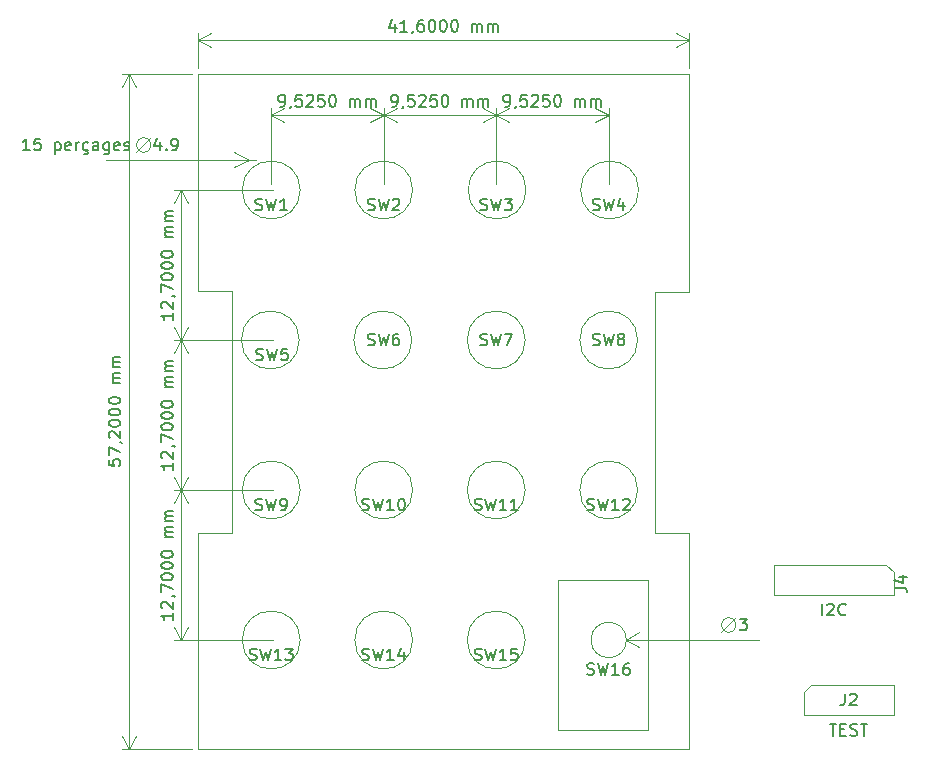
<source format=gbr>
%TF.GenerationSoftware,KiCad,Pcbnew,(6.0.8)*%
%TF.CreationDate,2022-11-01T17:44:15+01:00*%
%TF.ProjectId,BURC_16SwitchEncoder_JRFormat,42555243-5f31-4365-9377-69746368456e,v1.0*%
%TF.SameCoordinates,Original*%
%TF.FileFunction,AssemblyDrawing,Top*%
%FSLAX46Y46*%
G04 Gerber Fmt 4.6, Leading zero omitted, Abs format (unit mm)*
G04 Created by KiCad (PCBNEW (6.0.8)) date 2022-11-01 17:44:15*
%MOMM*%
%LPD*%
G01*
G04 APERTURE LIST*
%ADD10C,0.100000*%
%ADD11C,0.150000*%
G04 APERTURE END LIST*
D10*
X130810000Y-83185000D02*
X132080000Y-83820000D01*
X164060000Y-124460000D02*
X165100000Y-125095000D01*
X136435000Y-86360000D02*
G75*
G03*
X136435000Y-86360000I-2450000J0D01*
G01*
X155560000Y-86360000D02*
G75*
G03*
X155560000Y-86360000I-2450000J0D01*
G01*
X165085000Y-86360000D02*
G75*
G03*
X165085000Y-86360000I-2450000J0D01*
G01*
X155485000Y-99060000D02*
G75*
G03*
X155485000Y-99060000I-2450000J0D01*
G01*
X136435000Y-111760000D02*
G75*
G03*
X136435000Y-111760000I-2450000J0D01*
G01*
X166500000Y-100000000D02*
X166500000Y-115400000D01*
X155485000Y-124460000D02*
G75*
G03*
X155485000Y-124460000I-2450000J0D01*
G01*
X164060000Y-124460000D02*
G75*
G03*
X164060000Y-124460000I-1500000J0D01*
G01*
X164060000Y-124460000D02*
X165100000Y-123825000D01*
X173355000Y-122555000D02*
X172085000Y-123825000D01*
X166500000Y-95000000D02*
X169400000Y-95000000D01*
X132715000Y-83820000D02*
X120015000Y-83820000D01*
X145885000Y-99060000D02*
G75*
G03*
X145885000Y-99060000I-2450000J0D01*
G01*
X169400000Y-133700000D02*
X169400000Y-115400000D01*
X127800000Y-76500000D02*
X127800000Y-94900000D01*
X136360000Y-99060000D02*
G75*
G03*
X136360000Y-99060000I-2450000J0D01*
G01*
X145960000Y-86360000D02*
G75*
G03*
X145960000Y-86360000I-2450000J0D01*
G01*
X123825000Y-81915000D02*
X122555000Y-83185000D01*
X169400000Y-95000000D02*
X169400000Y-76500000D01*
X145960000Y-111760000D02*
G75*
G03*
X145960000Y-111760000I-2450000J0D01*
G01*
X145960000Y-124460000D02*
G75*
G03*
X145960000Y-124460000I-2450000J0D01*
G01*
X130700000Y-94900000D02*
X127800000Y-94900000D01*
X130700000Y-115400000D02*
X127800000Y-115400000D01*
X165900000Y-119400000D02*
X165900000Y-132100000D01*
X158300000Y-132100000D02*
X158300000Y-119400000D01*
X164060000Y-124460000D02*
X175260000Y-124460000D01*
X130700000Y-100000000D02*
X130700000Y-94900000D01*
X130700000Y-115400000D02*
X130700000Y-100000000D01*
X169400000Y-76500000D02*
X127800000Y-76500000D01*
X123825000Y-82550000D02*
G75*
G03*
X123825000Y-82550000I-635000J0D01*
G01*
X165010000Y-99060000D02*
G75*
G03*
X165010000Y-99060000I-2450000J0D01*
G01*
X165010000Y-111760000D02*
G75*
G03*
X165010000Y-111760000I-2450000J0D01*
G01*
X173355000Y-123190000D02*
G75*
G03*
X173355000Y-123190000I-635000J0D01*
G01*
X169400000Y-115400000D02*
X166500000Y-115400000D01*
X165900000Y-132100000D02*
X158300000Y-132100000D01*
X166500000Y-95000000D02*
X166500000Y-100000000D01*
X155485000Y-111760000D02*
G75*
G03*
X155485000Y-111760000I-2450000J0D01*
G01*
X127800000Y-133700000D02*
X169400000Y-133700000D01*
X127800000Y-115400000D02*
X127800000Y-133700000D01*
X158300000Y-119400000D02*
X165900000Y-119400000D01*
X136435000Y-124460000D02*
G75*
G03*
X136435000Y-124460000I-2450000J0D01*
G01*
X132080000Y-83820000D02*
X130810000Y-84455000D01*
D11*
X124571190Y-82335714D02*
X124571190Y-83002380D01*
X124333095Y-81954761D02*
X124095000Y-82669047D01*
X124714047Y-82669047D01*
X125095000Y-82907142D02*
X125142619Y-82954761D01*
X125095000Y-83002380D01*
X125047380Y-82954761D01*
X125095000Y-82907142D01*
X125095000Y-83002380D01*
X125618809Y-83002380D02*
X125809285Y-83002380D01*
X125904523Y-82954761D01*
X125952142Y-82907142D01*
X126047380Y-82764285D01*
X126095000Y-82573809D01*
X126095000Y-82192857D01*
X126047380Y-82097619D01*
X125999761Y-82050000D01*
X125904523Y-82002380D01*
X125714047Y-82002380D01*
X125618809Y-82050000D01*
X125571190Y-82097619D01*
X125523571Y-82192857D01*
X125523571Y-82430952D01*
X125571190Y-82526190D01*
X125618809Y-82573809D01*
X125714047Y-82621428D01*
X125904523Y-82621428D01*
X125999761Y-82573809D01*
X126047380Y-82526190D01*
X126095000Y-82430952D01*
X113546428Y-83002380D02*
X112975000Y-83002380D01*
X113260714Y-83002380D02*
X113260714Y-82002380D01*
X113165476Y-82145238D01*
X113070238Y-82240476D01*
X112975000Y-82288095D01*
X114451190Y-82002380D02*
X113975000Y-82002380D01*
X113927380Y-82478571D01*
X113975000Y-82430952D01*
X114070238Y-82383333D01*
X114308333Y-82383333D01*
X114403571Y-82430952D01*
X114451190Y-82478571D01*
X114498809Y-82573809D01*
X114498809Y-82811904D01*
X114451190Y-82907142D01*
X114403571Y-82954761D01*
X114308333Y-83002380D01*
X114070238Y-83002380D01*
X113975000Y-82954761D01*
X113927380Y-82907142D01*
X115689285Y-82335714D02*
X115689285Y-83335714D01*
X115689285Y-82383333D02*
X115784523Y-82335714D01*
X115975000Y-82335714D01*
X116070238Y-82383333D01*
X116117857Y-82430952D01*
X116165476Y-82526190D01*
X116165476Y-82811904D01*
X116117857Y-82907142D01*
X116070238Y-82954761D01*
X115975000Y-83002380D01*
X115784523Y-83002380D01*
X115689285Y-82954761D01*
X116975000Y-82954761D02*
X116879761Y-83002380D01*
X116689285Y-83002380D01*
X116594047Y-82954761D01*
X116546428Y-82859523D01*
X116546428Y-82478571D01*
X116594047Y-82383333D01*
X116689285Y-82335714D01*
X116879761Y-82335714D01*
X116975000Y-82383333D01*
X117022619Y-82478571D01*
X117022619Y-82573809D01*
X116546428Y-82669047D01*
X117451190Y-83002380D02*
X117451190Y-82335714D01*
X117451190Y-82526190D02*
X117498809Y-82430952D01*
X117546428Y-82383333D01*
X117641666Y-82335714D01*
X117736904Y-82335714D01*
X118498809Y-82954761D02*
X118403571Y-83002380D01*
X118213095Y-83002380D01*
X118117857Y-82954761D01*
X118070238Y-82907142D01*
X118022619Y-82811904D01*
X118022619Y-82526190D01*
X118070238Y-82430952D01*
X118117857Y-82383333D01*
X118213095Y-82335714D01*
X118403571Y-82335714D01*
X118498809Y-82383333D01*
X118308333Y-83050000D02*
X118403571Y-83097619D01*
X118451190Y-83192857D01*
X118403571Y-83288095D01*
X118308333Y-83335714D01*
X118165476Y-83335714D01*
X119355952Y-83002380D02*
X119355952Y-82478571D01*
X119308333Y-82383333D01*
X119213095Y-82335714D01*
X119022619Y-82335714D01*
X118927380Y-82383333D01*
X119355952Y-82954761D02*
X119260714Y-83002380D01*
X119022619Y-83002380D01*
X118927380Y-82954761D01*
X118879761Y-82859523D01*
X118879761Y-82764285D01*
X118927380Y-82669047D01*
X119022619Y-82621428D01*
X119260714Y-82621428D01*
X119355952Y-82573809D01*
X120260714Y-82335714D02*
X120260714Y-83145238D01*
X120213095Y-83240476D01*
X120165476Y-83288095D01*
X120070238Y-83335714D01*
X119927380Y-83335714D01*
X119832142Y-83288095D01*
X120260714Y-82954761D02*
X120165476Y-83002380D01*
X119975000Y-83002380D01*
X119879761Y-82954761D01*
X119832142Y-82907142D01*
X119784523Y-82811904D01*
X119784523Y-82526190D01*
X119832142Y-82430952D01*
X119879761Y-82383333D01*
X119975000Y-82335714D01*
X120165476Y-82335714D01*
X120260714Y-82383333D01*
X121117857Y-82954761D02*
X121022619Y-83002380D01*
X120832142Y-83002380D01*
X120736904Y-82954761D01*
X120689285Y-82859523D01*
X120689285Y-82478571D01*
X120736904Y-82383333D01*
X120832142Y-82335714D01*
X121022619Y-82335714D01*
X121117857Y-82383333D01*
X121165476Y-82478571D01*
X121165476Y-82573809D01*
X120689285Y-82669047D01*
X121546428Y-82954761D02*
X121641666Y-83002380D01*
X121832142Y-83002380D01*
X121927380Y-82954761D01*
X121975000Y-82859523D01*
X121975000Y-82811904D01*
X121927380Y-82716666D01*
X121832142Y-82669047D01*
X121689285Y-82669047D01*
X121594047Y-82621428D01*
X121546428Y-82526190D01*
X121546428Y-82478571D01*
X121594047Y-82383333D01*
X121689285Y-82335714D01*
X121832142Y-82335714D01*
X121927380Y-82383333D01*
X173656666Y-122642380D02*
X174275714Y-122642380D01*
X173942380Y-123023333D01*
X174085238Y-123023333D01*
X174180476Y-123070952D01*
X174228095Y-123118571D01*
X174275714Y-123213809D01*
X174275714Y-123451904D01*
X174228095Y-123547142D01*
X174180476Y-123594761D01*
X174085238Y-123642380D01*
X173799523Y-123642380D01*
X173704285Y-123594761D01*
X173656666Y-123547142D01*
X144457142Y-72295714D02*
X144457142Y-72962380D01*
X144219047Y-71914761D02*
X143980952Y-72629047D01*
X144600000Y-72629047D01*
X145504761Y-72962380D02*
X144933333Y-72962380D01*
X145219047Y-72962380D02*
X145219047Y-71962380D01*
X145123809Y-72105238D01*
X145028571Y-72200476D01*
X144933333Y-72248095D01*
X145980952Y-72914761D02*
X145980952Y-72962380D01*
X145933333Y-73057619D01*
X145885714Y-73105238D01*
X146838095Y-71962380D02*
X146647619Y-71962380D01*
X146552380Y-72010000D01*
X146504761Y-72057619D01*
X146409523Y-72200476D01*
X146361904Y-72390952D01*
X146361904Y-72771904D01*
X146409523Y-72867142D01*
X146457142Y-72914761D01*
X146552380Y-72962380D01*
X146742857Y-72962380D01*
X146838095Y-72914761D01*
X146885714Y-72867142D01*
X146933333Y-72771904D01*
X146933333Y-72533809D01*
X146885714Y-72438571D01*
X146838095Y-72390952D01*
X146742857Y-72343333D01*
X146552380Y-72343333D01*
X146457142Y-72390952D01*
X146409523Y-72438571D01*
X146361904Y-72533809D01*
X147552380Y-71962380D02*
X147647619Y-71962380D01*
X147742857Y-72010000D01*
X147790476Y-72057619D01*
X147838095Y-72152857D01*
X147885714Y-72343333D01*
X147885714Y-72581428D01*
X147838095Y-72771904D01*
X147790476Y-72867142D01*
X147742857Y-72914761D01*
X147647619Y-72962380D01*
X147552380Y-72962380D01*
X147457142Y-72914761D01*
X147409523Y-72867142D01*
X147361904Y-72771904D01*
X147314285Y-72581428D01*
X147314285Y-72343333D01*
X147361904Y-72152857D01*
X147409523Y-72057619D01*
X147457142Y-72010000D01*
X147552380Y-71962380D01*
X148504761Y-71962380D02*
X148600000Y-71962380D01*
X148695238Y-72010000D01*
X148742857Y-72057619D01*
X148790476Y-72152857D01*
X148838095Y-72343333D01*
X148838095Y-72581428D01*
X148790476Y-72771904D01*
X148742857Y-72867142D01*
X148695238Y-72914761D01*
X148600000Y-72962380D01*
X148504761Y-72962380D01*
X148409523Y-72914761D01*
X148361904Y-72867142D01*
X148314285Y-72771904D01*
X148266666Y-72581428D01*
X148266666Y-72343333D01*
X148314285Y-72152857D01*
X148361904Y-72057619D01*
X148409523Y-72010000D01*
X148504761Y-71962380D01*
X149457142Y-71962380D02*
X149552380Y-71962380D01*
X149647619Y-72010000D01*
X149695238Y-72057619D01*
X149742857Y-72152857D01*
X149790476Y-72343333D01*
X149790476Y-72581428D01*
X149742857Y-72771904D01*
X149695238Y-72867142D01*
X149647619Y-72914761D01*
X149552380Y-72962380D01*
X149457142Y-72962380D01*
X149361904Y-72914761D01*
X149314285Y-72867142D01*
X149266666Y-72771904D01*
X149219047Y-72581428D01*
X149219047Y-72343333D01*
X149266666Y-72152857D01*
X149314285Y-72057619D01*
X149361904Y-72010000D01*
X149457142Y-71962380D01*
X150980952Y-72962380D02*
X150980952Y-72295714D01*
X150980952Y-72390952D02*
X151028571Y-72343333D01*
X151123809Y-72295714D01*
X151266666Y-72295714D01*
X151361904Y-72343333D01*
X151409523Y-72438571D01*
X151409523Y-72962380D01*
X151409523Y-72438571D02*
X151457142Y-72343333D01*
X151552380Y-72295714D01*
X151695238Y-72295714D01*
X151790476Y-72343333D01*
X151838095Y-72438571D01*
X151838095Y-72962380D01*
X152314285Y-72962380D02*
X152314285Y-72295714D01*
X152314285Y-72390952D02*
X152361904Y-72343333D01*
X152457142Y-72295714D01*
X152600000Y-72295714D01*
X152695238Y-72343333D01*
X152742857Y-72438571D01*
X152742857Y-72962380D01*
X152742857Y-72438571D02*
X152790476Y-72343333D01*
X152885714Y-72295714D01*
X153028571Y-72295714D01*
X153123809Y-72343333D01*
X153171428Y-72438571D01*
X153171428Y-72962380D01*
D10*
X127800000Y-76000000D02*
X127800000Y-73073580D01*
X169400000Y-76000000D02*
X169400000Y-73073580D01*
X127800000Y-73660000D02*
X169400000Y-73660000D01*
X127800000Y-73660000D02*
X169400000Y-73660000D01*
X127800000Y-73660000D02*
X128926504Y-74246421D01*
X127800000Y-73660000D02*
X128926504Y-73073579D01*
X169400000Y-73660000D02*
X168273496Y-73073579D01*
X169400000Y-73660000D02*
X168273496Y-74246421D01*
D11*
X134699880Y-79312380D02*
X134890357Y-79312380D01*
X134985595Y-79264761D01*
X135033214Y-79217142D01*
X135128452Y-79074285D01*
X135176071Y-78883809D01*
X135176071Y-78502857D01*
X135128452Y-78407619D01*
X135080833Y-78360000D01*
X134985595Y-78312380D01*
X134795119Y-78312380D01*
X134699880Y-78360000D01*
X134652261Y-78407619D01*
X134604642Y-78502857D01*
X134604642Y-78740952D01*
X134652261Y-78836190D01*
X134699880Y-78883809D01*
X134795119Y-78931428D01*
X134985595Y-78931428D01*
X135080833Y-78883809D01*
X135128452Y-78836190D01*
X135176071Y-78740952D01*
X135652261Y-79264761D02*
X135652261Y-79312380D01*
X135604642Y-79407619D01*
X135557023Y-79455238D01*
X136557023Y-78312380D02*
X136080833Y-78312380D01*
X136033214Y-78788571D01*
X136080833Y-78740952D01*
X136176071Y-78693333D01*
X136414166Y-78693333D01*
X136509404Y-78740952D01*
X136557023Y-78788571D01*
X136604642Y-78883809D01*
X136604642Y-79121904D01*
X136557023Y-79217142D01*
X136509404Y-79264761D01*
X136414166Y-79312380D01*
X136176071Y-79312380D01*
X136080833Y-79264761D01*
X136033214Y-79217142D01*
X136985595Y-78407619D02*
X137033214Y-78360000D01*
X137128452Y-78312380D01*
X137366547Y-78312380D01*
X137461785Y-78360000D01*
X137509404Y-78407619D01*
X137557023Y-78502857D01*
X137557023Y-78598095D01*
X137509404Y-78740952D01*
X136937976Y-79312380D01*
X137557023Y-79312380D01*
X138461785Y-78312380D02*
X137985595Y-78312380D01*
X137937976Y-78788571D01*
X137985595Y-78740952D01*
X138080833Y-78693333D01*
X138318928Y-78693333D01*
X138414166Y-78740952D01*
X138461785Y-78788571D01*
X138509404Y-78883809D01*
X138509404Y-79121904D01*
X138461785Y-79217142D01*
X138414166Y-79264761D01*
X138318928Y-79312380D01*
X138080833Y-79312380D01*
X137985595Y-79264761D01*
X137937976Y-79217142D01*
X139128452Y-78312380D02*
X139223690Y-78312380D01*
X139318928Y-78360000D01*
X139366547Y-78407619D01*
X139414166Y-78502857D01*
X139461785Y-78693333D01*
X139461785Y-78931428D01*
X139414166Y-79121904D01*
X139366547Y-79217142D01*
X139318928Y-79264761D01*
X139223690Y-79312380D01*
X139128452Y-79312380D01*
X139033214Y-79264761D01*
X138985595Y-79217142D01*
X138937976Y-79121904D01*
X138890357Y-78931428D01*
X138890357Y-78693333D01*
X138937976Y-78502857D01*
X138985595Y-78407619D01*
X139033214Y-78360000D01*
X139128452Y-78312380D01*
X140652261Y-79312380D02*
X140652261Y-78645714D01*
X140652261Y-78740952D02*
X140699880Y-78693333D01*
X140795119Y-78645714D01*
X140937976Y-78645714D01*
X141033214Y-78693333D01*
X141080833Y-78788571D01*
X141080833Y-79312380D01*
X141080833Y-78788571D02*
X141128452Y-78693333D01*
X141223690Y-78645714D01*
X141366547Y-78645714D01*
X141461785Y-78693333D01*
X141509404Y-78788571D01*
X141509404Y-79312380D01*
X141985595Y-79312380D02*
X141985595Y-78645714D01*
X141985595Y-78740952D02*
X142033214Y-78693333D01*
X142128452Y-78645714D01*
X142271309Y-78645714D01*
X142366547Y-78693333D01*
X142414166Y-78788571D01*
X142414166Y-79312380D01*
X142414166Y-78788571D02*
X142461785Y-78693333D01*
X142557023Y-78645714D01*
X142699880Y-78645714D01*
X142795119Y-78693333D01*
X142842738Y-78788571D01*
X142842738Y-79312380D01*
D10*
X133985000Y-85860000D02*
X133985000Y-79423580D01*
X143510000Y-85860000D02*
X143510000Y-79423580D01*
X133985000Y-80010000D02*
X143510000Y-80010000D01*
X133985000Y-80010000D02*
X143510000Y-80010000D01*
X133985000Y-80010000D02*
X135111504Y-80596421D01*
X133985000Y-80010000D02*
X135111504Y-79423579D01*
X143510000Y-80010000D02*
X142383496Y-79423579D01*
X143510000Y-80010000D02*
X142383496Y-80596421D01*
D11*
X125667381Y-96757619D02*
X125667381Y-97329047D01*
X125667381Y-97043333D02*
X124667381Y-97043333D01*
X124810239Y-97138571D01*
X124905477Y-97233809D01*
X124953096Y-97329047D01*
X124762620Y-96376666D02*
X124715001Y-96329047D01*
X124667381Y-96233809D01*
X124667381Y-95995714D01*
X124715001Y-95900476D01*
X124762620Y-95852857D01*
X124857858Y-95805238D01*
X124953096Y-95805238D01*
X125095953Y-95852857D01*
X125667381Y-96424285D01*
X125667381Y-95805238D01*
X125619762Y-95329047D02*
X125667381Y-95329047D01*
X125762620Y-95376666D01*
X125810239Y-95424285D01*
X124667381Y-94995714D02*
X124667381Y-94329047D01*
X125667381Y-94757619D01*
X124667381Y-93757619D02*
X124667381Y-93662380D01*
X124715001Y-93567142D01*
X124762620Y-93519523D01*
X124857858Y-93471904D01*
X125048334Y-93424285D01*
X125286429Y-93424285D01*
X125476905Y-93471904D01*
X125572143Y-93519523D01*
X125619762Y-93567142D01*
X125667381Y-93662380D01*
X125667381Y-93757619D01*
X125619762Y-93852857D01*
X125572143Y-93900476D01*
X125476905Y-93948095D01*
X125286429Y-93995714D01*
X125048334Y-93995714D01*
X124857858Y-93948095D01*
X124762620Y-93900476D01*
X124715001Y-93852857D01*
X124667381Y-93757619D01*
X124667381Y-92805238D02*
X124667381Y-92710000D01*
X124715001Y-92614761D01*
X124762620Y-92567142D01*
X124857858Y-92519523D01*
X125048334Y-92471904D01*
X125286429Y-92471904D01*
X125476905Y-92519523D01*
X125572143Y-92567142D01*
X125619762Y-92614761D01*
X125667381Y-92710000D01*
X125667381Y-92805238D01*
X125619762Y-92900476D01*
X125572143Y-92948095D01*
X125476905Y-92995714D01*
X125286429Y-93043333D01*
X125048334Y-93043333D01*
X124857858Y-92995714D01*
X124762620Y-92948095D01*
X124715001Y-92900476D01*
X124667381Y-92805238D01*
X124667381Y-91852857D02*
X124667381Y-91757619D01*
X124715001Y-91662380D01*
X124762620Y-91614761D01*
X124857858Y-91567142D01*
X125048334Y-91519523D01*
X125286429Y-91519523D01*
X125476905Y-91567142D01*
X125572143Y-91614761D01*
X125619762Y-91662380D01*
X125667381Y-91757619D01*
X125667381Y-91852857D01*
X125619762Y-91948095D01*
X125572143Y-91995714D01*
X125476905Y-92043333D01*
X125286429Y-92090952D01*
X125048334Y-92090952D01*
X124857858Y-92043333D01*
X124762620Y-91995714D01*
X124715001Y-91948095D01*
X124667381Y-91852857D01*
X125667381Y-90329047D02*
X125000715Y-90329047D01*
X125095953Y-90329047D02*
X125048334Y-90281428D01*
X125000715Y-90186190D01*
X125000715Y-90043333D01*
X125048334Y-89948095D01*
X125143572Y-89900476D01*
X125667381Y-89900476D01*
X125143572Y-89900476D02*
X125048334Y-89852857D01*
X125000715Y-89757619D01*
X125000715Y-89614761D01*
X125048334Y-89519523D01*
X125143572Y-89471904D01*
X125667381Y-89471904D01*
X125667381Y-88995714D02*
X125000715Y-88995714D01*
X125095953Y-88995714D02*
X125048334Y-88948095D01*
X125000715Y-88852857D01*
X125000715Y-88710000D01*
X125048334Y-88614761D01*
X125143572Y-88567142D01*
X125667381Y-88567142D01*
X125143572Y-88567142D02*
X125048334Y-88519523D01*
X125000715Y-88424285D01*
X125000715Y-88281428D01*
X125048334Y-88186190D01*
X125143572Y-88138571D01*
X125667381Y-88138571D01*
D10*
X134120000Y-86360000D02*
X125778581Y-86360000D01*
X134120000Y-99060000D02*
X125778581Y-99060000D01*
X126365001Y-86360000D02*
X126365001Y-99060000D01*
X126365001Y-86360000D02*
X126365001Y-99060000D01*
X126365001Y-86360000D02*
X125778580Y-87486504D01*
X126365001Y-86360000D02*
X126951422Y-87486504D01*
X126365001Y-99060000D02*
X126951422Y-97933496D01*
X126365001Y-99060000D02*
X125778580Y-97933496D01*
D11*
X125667380Y-122157619D02*
X125667380Y-122729047D01*
X125667380Y-122443333D02*
X124667380Y-122443333D01*
X124810238Y-122538571D01*
X124905476Y-122633809D01*
X124953095Y-122729047D01*
X124762619Y-121776666D02*
X124715000Y-121729047D01*
X124667380Y-121633809D01*
X124667380Y-121395714D01*
X124715000Y-121300476D01*
X124762619Y-121252857D01*
X124857857Y-121205238D01*
X124953095Y-121205238D01*
X125095952Y-121252857D01*
X125667380Y-121824285D01*
X125667380Y-121205238D01*
X125619761Y-120729047D02*
X125667380Y-120729047D01*
X125762619Y-120776666D01*
X125810238Y-120824285D01*
X124667380Y-120395714D02*
X124667380Y-119729047D01*
X125667380Y-120157619D01*
X124667380Y-119157619D02*
X124667380Y-119062380D01*
X124715000Y-118967142D01*
X124762619Y-118919523D01*
X124857857Y-118871904D01*
X125048333Y-118824285D01*
X125286428Y-118824285D01*
X125476904Y-118871904D01*
X125572142Y-118919523D01*
X125619761Y-118967142D01*
X125667380Y-119062380D01*
X125667380Y-119157619D01*
X125619761Y-119252857D01*
X125572142Y-119300476D01*
X125476904Y-119348095D01*
X125286428Y-119395714D01*
X125048333Y-119395714D01*
X124857857Y-119348095D01*
X124762619Y-119300476D01*
X124715000Y-119252857D01*
X124667380Y-119157619D01*
X124667380Y-118205238D02*
X124667380Y-118110000D01*
X124715000Y-118014761D01*
X124762619Y-117967142D01*
X124857857Y-117919523D01*
X125048333Y-117871904D01*
X125286428Y-117871904D01*
X125476904Y-117919523D01*
X125572142Y-117967142D01*
X125619761Y-118014761D01*
X125667380Y-118110000D01*
X125667380Y-118205238D01*
X125619761Y-118300476D01*
X125572142Y-118348095D01*
X125476904Y-118395714D01*
X125286428Y-118443333D01*
X125048333Y-118443333D01*
X124857857Y-118395714D01*
X124762619Y-118348095D01*
X124715000Y-118300476D01*
X124667380Y-118205238D01*
X124667380Y-117252857D02*
X124667380Y-117157619D01*
X124715000Y-117062380D01*
X124762619Y-117014761D01*
X124857857Y-116967142D01*
X125048333Y-116919523D01*
X125286428Y-116919523D01*
X125476904Y-116967142D01*
X125572142Y-117014761D01*
X125619761Y-117062380D01*
X125667380Y-117157619D01*
X125667380Y-117252857D01*
X125619761Y-117348095D01*
X125572142Y-117395714D01*
X125476904Y-117443333D01*
X125286428Y-117490952D01*
X125048333Y-117490952D01*
X124857857Y-117443333D01*
X124762619Y-117395714D01*
X124715000Y-117348095D01*
X124667380Y-117252857D01*
X125667380Y-115729047D02*
X125000714Y-115729047D01*
X125095952Y-115729047D02*
X125048333Y-115681428D01*
X125000714Y-115586190D01*
X125000714Y-115443333D01*
X125048333Y-115348095D01*
X125143571Y-115300476D01*
X125667380Y-115300476D01*
X125143571Y-115300476D02*
X125048333Y-115252857D01*
X125000714Y-115157619D01*
X125000714Y-115014761D01*
X125048333Y-114919523D01*
X125143571Y-114871904D01*
X125667380Y-114871904D01*
X125667380Y-114395714D02*
X125000714Y-114395714D01*
X125095952Y-114395714D02*
X125048333Y-114348095D01*
X125000714Y-114252857D01*
X125000714Y-114110000D01*
X125048333Y-114014761D01*
X125143571Y-113967142D01*
X125667380Y-113967142D01*
X125143571Y-113967142D02*
X125048333Y-113919523D01*
X125000714Y-113824285D01*
X125000714Y-113681428D01*
X125048333Y-113586190D01*
X125143571Y-113538571D01*
X125667380Y-113538571D01*
D10*
X134120000Y-124460000D02*
X125778580Y-124460000D01*
X134120000Y-111760000D02*
X125778580Y-111760000D01*
X126365000Y-124460000D02*
X126365000Y-111760000D01*
X126365000Y-124460000D02*
X126365000Y-111760000D01*
X126365000Y-124460000D02*
X126951421Y-123333496D01*
X126365000Y-124460000D02*
X125778579Y-123333496D01*
X126365000Y-111760000D02*
X125778579Y-112886504D01*
X126365000Y-111760000D02*
X126951421Y-112886504D01*
D11*
X144224880Y-79312380D02*
X144415357Y-79312380D01*
X144510595Y-79264761D01*
X144558214Y-79217142D01*
X144653452Y-79074285D01*
X144701071Y-78883809D01*
X144701071Y-78502857D01*
X144653452Y-78407619D01*
X144605833Y-78360000D01*
X144510595Y-78312380D01*
X144320119Y-78312380D01*
X144224880Y-78360000D01*
X144177261Y-78407619D01*
X144129642Y-78502857D01*
X144129642Y-78740952D01*
X144177261Y-78836190D01*
X144224880Y-78883809D01*
X144320119Y-78931428D01*
X144510595Y-78931428D01*
X144605833Y-78883809D01*
X144653452Y-78836190D01*
X144701071Y-78740952D01*
X145177261Y-79264761D02*
X145177261Y-79312380D01*
X145129642Y-79407619D01*
X145082023Y-79455238D01*
X146082023Y-78312380D02*
X145605833Y-78312380D01*
X145558214Y-78788571D01*
X145605833Y-78740952D01*
X145701071Y-78693333D01*
X145939166Y-78693333D01*
X146034404Y-78740952D01*
X146082023Y-78788571D01*
X146129642Y-78883809D01*
X146129642Y-79121904D01*
X146082023Y-79217142D01*
X146034404Y-79264761D01*
X145939166Y-79312380D01*
X145701071Y-79312380D01*
X145605833Y-79264761D01*
X145558214Y-79217142D01*
X146510595Y-78407619D02*
X146558214Y-78360000D01*
X146653452Y-78312380D01*
X146891547Y-78312380D01*
X146986785Y-78360000D01*
X147034404Y-78407619D01*
X147082023Y-78502857D01*
X147082023Y-78598095D01*
X147034404Y-78740952D01*
X146462976Y-79312380D01*
X147082023Y-79312380D01*
X147986785Y-78312380D02*
X147510595Y-78312380D01*
X147462976Y-78788571D01*
X147510595Y-78740952D01*
X147605833Y-78693333D01*
X147843928Y-78693333D01*
X147939166Y-78740952D01*
X147986785Y-78788571D01*
X148034404Y-78883809D01*
X148034404Y-79121904D01*
X147986785Y-79217142D01*
X147939166Y-79264761D01*
X147843928Y-79312380D01*
X147605833Y-79312380D01*
X147510595Y-79264761D01*
X147462976Y-79217142D01*
X148653452Y-78312380D02*
X148748690Y-78312380D01*
X148843928Y-78360000D01*
X148891547Y-78407619D01*
X148939166Y-78502857D01*
X148986785Y-78693333D01*
X148986785Y-78931428D01*
X148939166Y-79121904D01*
X148891547Y-79217142D01*
X148843928Y-79264761D01*
X148748690Y-79312380D01*
X148653452Y-79312380D01*
X148558214Y-79264761D01*
X148510595Y-79217142D01*
X148462976Y-79121904D01*
X148415357Y-78931428D01*
X148415357Y-78693333D01*
X148462976Y-78502857D01*
X148510595Y-78407619D01*
X148558214Y-78360000D01*
X148653452Y-78312380D01*
X150177261Y-79312380D02*
X150177261Y-78645714D01*
X150177261Y-78740952D02*
X150224880Y-78693333D01*
X150320119Y-78645714D01*
X150462976Y-78645714D01*
X150558214Y-78693333D01*
X150605833Y-78788571D01*
X150605833Y-79312380D01*
X150605833Y-78788571D02*
X150653452Y-78693333D01*
X150748690Y-78645714D01*
X150891547Y-78645714D01*
X150986785Y-78693333D01*
X151034404Y-78788571D01*
X151034404Y-79312380D01*
X151510595Y-79312380D02*
X151510595Y-78645714D01*
X151510595Y-78740952D02*
X151558214Y-78693333D01*
X151653452Y-78645714D01*
X151796309Y-78645714D01*
X151891547Y-78693333D01*
X151939166Y-78788571D01*
X151939166Y-79312380D01*
X151939166Y-78788571D02*
X151986785Y-78693333D01*
X152082023Y-78645714D01*
X152224880Y-78645714D01*
X152320119Y-78693333D01*
X152367738Y-78788571D01*
X152367738Y-79312380D01*
D10*
X153035000Y-85860000D02*
X153035000Y-79423580D01*
X143510000Y-85860000D02*
X143510000Y-79423580D01*
X153035000Y-80010000D02*
X143510000Y-80010000D01*
X153035000Y-80010000D02*
X143510000Y-80010000D01*
X153035000Y-80010000D02*
X151908496Y-79423579D01*
X153035000Y-80010000D02*
X151908496Y-80596421D01*
X143510000Y-80010000D02*
X144636504Y-80596421D01*
X143510000Y-80010000D02*
X144636504Y-79423579D01*
D11*
X153749880Y-79312380D02*
X153940357Y-79312380D01*
X154035595Y-79264761D01*
X154083214Y-79217142D01*
X154178452Y-79074285D01*
X154226071Y-78883809D01*
X154226071Y-78502857D01*
X154178452Y-78407619D01*
X154130833Y-78360000D01*
X154035595Y-78312380D01*
X153845119Y-78312380D01*
X153749880Y-78360000D01*
X153702261Y-78407619D01*
X153654642Y-78502857D01*
X153654642Y-78740952D01*
X153702261Y-78836190D01*
X153749880Y-78883809D01*
X153845119Y-78931428D01*
X154035595Y-78931428D01*
X154130833Y-78883809D01*
X154178452Y-78836190D01*
X154226071Y-78740952D01*
X154702261Y-79264761D02*
X154702261Y-79312380D01*
X154654642Y-79407619D01*
X154607023Y-79455238D01*
X155607023Y-78312380D02*
X155130833Y-78312380D01*
X155083214Y-78788571D01*
X155130833Y-78740952D01*
X155226071Y-78693333D01*
X155464166Y-78693333D01*
X155559404Y-78740952D01*
X155607023Y-78788571D01*
X155654642Y-78883809D01*
X155654642Y-79121904D01*
X155607023Y-79217142D01*
X155559404Y-79264761D01*
X155464166Y-79312380D01*
X155226071Y-79312380D01*
X155130833Y-79264761D01*
X155083214Y-79217142D01*
X156035595Y-78407619D02*
X156083214Y-78360000D01*
X156178452Y-78312380D01*
X156416547Y-78312380D01*
X156511785Y-78360000D01*
X156559404Y-78407619D01*
X156607023Y-78502857D01*
X156607023Y-78598095D01*
X156559404Y-78740952D01*
X155987976Y-79312380D01*
X156607023Y-79312380D01*
X157511785Y-78312380D02*
X157035595Y-78312380D01*
X156987976Y-78788571D01*
X157035595Y-78740952D01*
X157130833Y-78693333D01*
X157368928Y-78693333D01*
X157464166Y-78740952D01*
X157511785Y-78788571D01*
X157559404Y-78883809D01*
X157559404Y-79121904D01*
X157511785Y-79217142D01*
X157464166Y-79264761D01*
X157368928Y-79312380D01*
X157130833Y-79312380D01*
X157035595Y-79264761D01*
X156987976Y-79217142D01*
X158178452Y-78312380D02*
X158273690Y-78312380D01*
X158368928Y-78360000D01*
X158416547Y-78407619D01*
X158464166Y-78502857D01*
X158511785Y-78693333D01*
X158511785Y-78931428D01*
X158464166Y-79121904D01*
X158416547Y-79217142D01*
X158368928Y-79264761D01*
X158273690Y-79312380D01*
X158178452Y-79312380D01*
X158083214Y-79264761D01*
X158035595Y-79217142D01*
X157987976Y-79121904D01*
X157940357Y-78931428D01*
X157940357Y-78693333D01*
X157987976Y-78502857D01*
X158035595Y-78407619D01*
X158083214Y-78360000D01*
X158178452Y-78312380D01*
X159702261Y-79312380D02*
X159702261Y-78645714D01*
X159702261Y-78740952D02*
X159749880Y-78693333D01*
X159845119Y-78645714D01*
X159987976Y-78645714D01*
X160083214Y-78693333D01*
X160130833Y-78788571D01*
X160130833Y-79312380D01*
X160130833Y-78788571D02*
X160178452Y-78693333D01*
X160273690Y-78645714D01*
X160416547Y-78645714D01*
X160511785Y-78693333D01*
X160559404Y-78788571D01*
X160559404Y-79312380D01*
X161035595Y-79312380D02*
X161035595Y-78645714D01*
X161035595Y-78740952D02*
X161083214Y-78693333D01*
X161178452Y-78645714D01*
X161321309Y-78645714D01*
X161416547Y-78693333D01*
X161464166Y-78788571D01*
X161464166Y-79312380D01*
X161464166Y-78788571D02*
X161511785Y-78693333D01*
X161607023Y-78645714D01*
X161749880Y-78645714D01*
X161845119Y-78693333D01*
X161892738Y-78788571D01*
X161892738Y-79312380D01*
D10*
X162560000Y-85860000D02*
X162560000Y-79423580D01*
X153035000Y-85860000D02*
X153035000Y-79423580D01*
X162560000Y-80010000D02*
X153035000Y-80010000D01*
X162560000Y-80010000D02*
X153035000Y-80010000D01*
X162560000Y-80010000D02*
X161433496Y-79423579D01*
X162560000Y-80010000D02*
X161433496Y-80596421D01*
X153035000Y-80010000D02*
X154161504Y-80596421D01*
X153035000Y-80010000D02*
X154161504Y-79423579D01*
D11*
X120222380Y-109195238D02*
X120222380Y-109671428D01*
X120698571Y-109719047D01*
X120650952Y-109671428D01*
X120603333Y-109576190D01*
X120603333Y-109338095D01*
X120650952Y-109242857D01*
X120698571Y-109195238D01*
X120793809Y-109147619D01*
X121031904Y-109147619D01*
X121127142Y-109195238D01*
X121174761Y-109242857D01*
X121222380Y-109338095D01*
X121222380Y-109576190D01*
X121174761Y-109671428D01*
X121127142Y-109719047D01*
X120222380Y-108814285D02*
X120222380Y-108147619D01*
X121222380Y-108576190D01*
X121174761Y-107719047D02*
X121222380Y-107719047D01*
X121317619Y-107766666D01*
X121365238Y-107814285D01*
X120317619Y-107338095D02*
X120270000Y-107290476D01*
X120222380Y-107195238D01*
X120222380Y-106957142D01*
X120270000Y-106861904D01*
X120317619Y-106814285D01*
X120412857Y-106766666D01*
X120508095Y-106766666D01*
X120650952Y-106814285D01*
X121222380Y-107385714D01*
X121222380Y-106766666D01*
X120222380Y-106147619D02*
X120222380Y-106052380D01*
X120270000Y-105957142D01*
X120317619Y-105909523D01*
X120412857Y-105861904D01*
X120603333Y-105814285D01*
X120841428Y-105814285D01*
X121031904Y-105861904D01*
X121127142Y-105909523D01*
X121174761Y-105957142D01*
X121222380Y-106052380D01*
X121222380Y-106147619D01*
X121174761Y-106242857D01*
X121127142Y-106290476D01*
X121031904Y-106338095D01*
X120841428Y-106385714D01*
X120603333Y-106385714D01*
X120412857Y-106338095D01*
X120317619Y-106290476D01*
X120270000Y-106242857D01*
X120222380Y-106147619D01*
X120222380Y-105195238D02*
X120222380Y-105100000D01*
X120270000Y-105004761D01*
X120317619Y-104957142D01*
X120412857Y-104909523D01*
X120603333Y-104861904D01*
X120841428Y-104861904D01*
X121031904Y-104909523D01*
X121127142Y-104957142D01*
X121174761Y-105004761D01*
X121222380Y-105100000D01*
X121222380Y-105195238D01*
X121174761Y-105290476D01*
X121127142Y-105338095D01*
X121031904Y-105385714D01*
X120841428Y-105433333D01*
X120603333Y-105433333D01*
X120412857Y-105385714D01*
X120317619Y-105338095D01*
X120270000Y-105290476D01*
X120222380Y-105195238D01*
X120222380Y-104242857D02*
X120222380Y-104147619D01*
X120270000Y-104052380D01*
X120317619Y-104004761D01*
X120412857Y-103957142D01*
X120603333Y-103909523D01*
X120841428Y-103909523D01*
X121031904Y-103957142D01*
X121127142Y-104004761D01*
X121174761Y-104052380D01*
X121222380Y-104147619D01*
X121222380Y-104242857D01*
X121174761Y-104338095D01*
X121127142Y-104385714D01*
X121031904Y-104433333D01*
X120841428Y-104480952D01*
X120603333Y-104480952D01*
X120412857Y-104433333D01*
X120317619Y-104385714D01*
X120270000Y-104338095D01*
X120222380Y-104242857D01*
X121222380Y-102719047D02*
X120555714Y-102719047D01*
X120650952Y-102719047D02*
X120603333Y-102671428D01*
X120555714Y-102576190D01*
X120555714Y-102433333D01*
X120603333Y-102338095D01*
X120698571Y-102290476D01*
X121222380Y-102290476D01*
X120698571Y-102290476D02*
X120603333Y-102242857D01*
X120555714Y-102147619D01*
X120555714Y-102004761D01*
X120603333Y-101909523D01*
X120698571Y-101861904D01*
X121222380Y-101861904D01*
X121222380Y-101385714D02*
X120555714Y-101385714D01*
X120650952Y-101385714D02*
X120603333Y-101338095D01*
X120555714Y-101242857D01*
X120555714Y-101100000D01*
X120603333Y-101004761D01*
X120698571Y-100957142D01*
X121222380Y-100957142D01*
X120698571Y-100957142D02*
X120603333Y-100909523D01*
X120555714Y-100814285D01*
X120555714Y-100671428D01*
X120603333Y-100576190D01*
X120698571Y-100528571D01*
X121222380Y-100528571D01*
D10*
X127300000Y-133700000D02*
X121333580Y-133700000D01*
X127300000Y-76500000D02*
X121333580Y-76500000D01*
X121920000Y-133700000D02*
X121920000Y-76500000D01*
X121920000Y-133700000D02*
X121920000Y-76500000D01*
X121920000Y-133700000D02*
X122506421Y-132573496D01*
X121920000Y-133700000D02*
X121333579Y-132573496D01*
X121920000Y-76500000D02*
X121333579Y-77626504D01*
X121920000Y-76500000D02*
X122506421Y-77626504D01*
D11*
X125667380Y-109457619D02*
X125667380Y-110029047D01*
X125667380Y-109743333D02*
X124667380Y-109743333D01*
X124810238Y-109838571D01*
X124905476Y-109933809D01*
X124953095Y-110029047D01*
X124762619Y-109076666D02*
X124715000Y-109029047D01*
X124667380Y-108933809D01*
X124667380Y-108695714D01*
X124715000Y-108600476D01*
X124762619Y-108552857D01*
X124857857Y-108505238D01*
X124953095Y-108505238D01*
X125095952Y-108552857D01*
X125667380Y-109124285D01*
X125667380Y-108505238D01*
X125619761Y-108029047D02*
X125667380Y-108029047D01*
X125762619Y-108076666D01*
X125810238Y-108124285D01*
X124667380Y-107695714D02*
X124667380Y-107029047D01*
X125667380Y-107457619D01*
X124667380Y-106457619D02*
X124667380Y-106362380D01*
X124715000Y-106267142D01*
X124762619Y-106219523D01*
X124857857Y-106171904D01*
X125048333Y-106124285D01*
X125286428Y-106124285D01*
X125476904Y-106171904D01*
X125572142Y-106219523D01*
X125619761Y-106267142D01*
X125667380Y-106362380D01*
X125667380Y-106457619D01*
X125619761Y-106552857D01*
X125572142Y-106600476D01*
X125476904Y-106648095D01*
X125286428Y-106695714D01*
X125048333Y-106695714D01*
X124857857Y-106648095D01*
X124762619Y-106600476D01*
X124715000Y-106552857D01*
X124667380Y-106457619D01*
X124667380Y-105505238D02*
X124667380Y-105410000D01*
X124715000Y-105314761D01*
X124762619Y-105267142D01*
X124857857Y-105219523D01*
X125048333Y-105171904D01*
X125286428Y-105171904D01*
X125476904Y-105219523D01*
X125572142Y-105267142D01*
X125619761Y-105314761D01*
X125667380Y-105410000D01*
X125667380Y-105505238D01*
X125619761Y-105600476D01*
X125572142Y-105648095D01*
X125476904Y-105695714D01*
X125286428Y-105743333D01*
X125048333Y-105743333D01*
X124857857Y-105695714D01*
X124762619Y-105648095D01*
X124715000Y-105600476D01*
X124667380Y-105505238D01*
X124667380Y-104552857D02*
X124667380Y-104457619D01*
X124715000Y-104362380D01*
X124762619Y-104314761D01*
X124857857Y-104267142D01*
X125048333Y-104219523D01*
X125286428Y-104219523D01*
X125476904Y-104267142D01*
X125572142Y-104314761D01*
X125619761Y-104362380D01*
X125667380Y-104457619D01*
X125667380Y-104552857D01*
X125619761Y-104648095D01*
X125572142Y-104695714D01*
X125476904Y-104743333D01*
X125286428Y-104790952D01*
X125048333Y-104790952D01*
X124857857Y-104743333D01*
X124762619Y-104695714D01*
X124715000Y-104648095D01*
X124667380Y-104552857D01*
X125667380Y-103029047D02*
X125000714Y-103029047D01*
X125095952Y-103029047D02*
X125048333Y-102981428D01*
X125000714Y-102886190D01*
X125000714Y-102743333D01*
X125048333Y-102648095D01*
X125143571Y-102600476D01*
X125667380Y-102600476D01*
X125143571Y-102600476D02*
X125048333Y-102552857D01*
X125000714Y-102457619D01*
X125000714Y-102314761D01*
X125048333Y-102219523D01*
X125143571Y-102171904D01*
X125667380Y-102171904D01*
X125667380Y-101695714D02*
X125000714Y-101695714D01*
X125095952Y-101695714D02*
X125048333Y-101648095D01*
X125000714Y-101552857D01*
X125000714Y-101410000D01*
X125048333Y-101314761D01*
X125143571Y-101267142D01*
X125667380Y-101267142D01*
X125143571Y-101267142D02*
X125048333Y-101219523D01*
X125000714Y-101124285D01*
X125000714Y-100981428D01*
X125048333Y-100886190D01*
X125143571Y-100838571D01*
X125667380Y-100838571D01*
D10*
X134120000Y-111760000D02*
X125778580Y-111760000D01*
X134120000Y-99060000D02*
X125778580Y-99060000D01*
X126365000Y-111760000D02*
X126365000Y-99060000D01*
X126365000Y-111760000D02*
X126365000Y-99060000D01*
X126365000Y-111760000D02*
X126951421Y-110633496D01*
X126365000Y-111760000D02*
X125778579Y-110633496D01*
X126365000Y-99060000D02*
X125778579Y-100186504D01*
X126365000Y-99060000D02*
X126951421Y-100186504D01*
D11*
%TO.C,J4*%
X180633809Y-122372380D02*
X180633809Y-121372380D01*
X181062380Y-121467619D02*
X181110000Y-121420000D01*
X181205238Y-121372380D01*
X181443333Y-121372380D01*
X181538571Y-121420000D01*
X181586190Y-121467619D01*
X181633809Y-121562857D01*
X181633809Y-121658095D01*
X181586190Y-121800952D01*
X181014761Y-122372380D01*
X181633809Y-122372380D01*
X182633809Y-122277142D02*
X182586190Y-122324761D01*
X182443333Y-122372380D01*
X182348095Y-122372380D01*
X182205238Y-122324761D01*
X182110000Y-122229523D01*
X182062380Y-122134285D01*
X182014761Y-121943809D01*
X182014761Y-121800952D01*
X182062380Y-121610476D01*
X182110000Y-121515238D01*
X182205238Y-121420000D01*
X182348095Y-121372380D01*
X182443333Y-121372380D01*
X182586190Y-121420000D01*
X182633809Y-121467619D01*
X186777380Y-120030833D02*
X187491666Y-120030833D01*
X187634523Y-120078452D01*
X187729761Y-120173690D01*
X187777380Y-120316547D01*
X187777380Y-120411785D01*
X187110714Y-119126071D02*
X187777380Y-119126071D01*
X186729761Y-119364166D02*
X187444047Y-119602261D01*
X187444047Y-118983214D01*
%TO.C,SW12*%
X160750476Y-113434761D02*
X160893333Y-113482380D01*
X161131428Y-113482380D01*
X161226666Y-113434761D01*
X161274285Y-113387142D01*
X161321904Y-113291904D01*
X161321904Y-113196666D01*
X161274285Y-113101428D01*
X161226666Y-113053809D01*
X161131428Y-113006190D01*
X160940952Y-112958571D01*
X160845714Y-112910952D01*
X160798095Y-112863333D01*
X160750476Y-112768095D01*
X160750476Y-112672857D01*
X160798095Y-112577619D01*
X160845714Y-112530000D01*
X160940952Y-112482380D01*
X161179047Y-112482380D01*
X161321904Y-112530000D01*
X161655238Y-112482380D02*
X161893333Y-113482380D01*
X162083809Y-112768095D01*
X162274285Y-113482380D01*
X162512380Y-112482380D01*
X163417142Y-113482380D02*
X162845714Y-113482380D01*
X163131428Y-113482380D02*
X163131428Y-112482380D01*
X163036190Y-112625238D01*
X162940952Y-112720476D01*
X162845714Y-112768095D01*
X163798095Y-112577619D02*
X163845714Y-112530000D01*
X163940952Y-112482380D01*
X164179047Y-112482380D01*
X164274285Y-112530000D01*
X164321904Y-112577619D01*
X164369523Y-112672857D01*
X164369523Y-112768095D01*
X164321904Y-112910952D01*
X163750476Y-113482380D01*
X164369523Y-113482380D01*
%TO.C,SW7*%
X151701666Y-99464761D02*
X151844523Y-99512380D01*
X152082619Y-99512380D01*
X152177857Y-99464761D01*
X152225476Y-99417142D01*
X152273095Y-99321904D01*
X152273095Y-99226666D01*
X152225476Y-99131428D01*
X152177857Y-99083809D01*
X152082619Y-99036190D01*
X151892142Y-98988571D01*
X151796904Y-98940952D01*
X151749285Y-98893333D01*
X151701666Y-98798095D01*
X151701666Y-98702857D01*
X151749285Y-98607619D01*
X151796904Y-98560000D01*
X151892142Y-98512380D01*
X152130238Y-98512380D01*
X152273095Y-98560000D01*
X152606428Y-98512380D02*
X152844523Y-99512380D01*
X153035000Y-98798095D01*
X153225476Y-99512380D01*
X153463571Y-98512380D01*
X153749285Y-98512380D02*
X154415952Y-98512380D01*
X153987380Y-99512380D01*
%TO.C,SW5*%
X132726666Y-100734761D02*
X132869523Y-100782380D01*
X133107619Y-100782380D01*
X133202857Y-100734761D01*
X133250476Y-100687142D01*
X133298095Y-100591904D01*
X133298095Y-100496666D01*
X133250476Y-100401428D01*
X133202857Y-100353809D01*
X133107619Y-100306190D01*
X132917142Y-100258571D01*
X132821904Y-100210952D01*
X132774285Y-100163333D01*
X132726666Y-100068095D01*
X132726666Y-99972857D01*
X132774285Y-99877619D01*
X132821904Y-99830000D01*
X132917142Y-99782380D01*
X133155238Y-99782380D01*
X133298095Y-99830000D01*
X133631428Y-99782380D02*
X133869523Y-100782380D01*
X134060000Y-100068095D01*
X134250476Y-100782380D01*
X134488571Y-99782380D01*
X135345714Y-99782380D02*
X134869523Y-99782380D01*
X134821904Y-100258571D01*
X134869523Y-100210952D01*
X134964761Y-100163333D01*
X135202857Y-100163333D01*
X135298095Y-100210952D01*
X135345714Y-100258571D01*
X135393333Y-100353809D01*
X135393333Y-100591904D01*
X135345714Y-100687142D01*
X135298095Y-100734761D01*
X135202857Y-100782380D01*
X134964761Y-100782380D01*
X134869523Y-100734761D01*
X134821904Y-100687142D01*
%TO.C,J2*%
X181269761Y-131557380D02*
X181841190Y-131557380D01*
X181555476Y-132557380D02*
X181555476Y-131557380D01*
X182174523Y-132033571D02*
X182507857Y-132033571D01*
X182650714Y-132557380D02*
X182174523Y-132557380D01*
X182174523Y-131557380D01*
X182650714Y-131557380D01*
X183031666Y-132509761D02*
X183174523Y-132557380D01*
X183412619Y-132557380D01*
X183507857Y-132509761D01*
X183555476Y-132462142D01*
X183603095Y-132366904D01*
X183603095Y-132271666D01*
X183555476Y-132176428D01*
X183507857Y-132128809D01*
X183412619Y-132081190D01*
X183222142Y-132033571D01*
X183126904Y-131985952D01*
X183079285Y-131938333D01*
X183031666Y-131843095D01*
X183031666Y-131747857D01*
X183079285Y-131652619D01*
X183126904Y-131605000D01*
X183222142Y-131557380D01*
X183460238Y-131557380D01*
X183603095Y-131605000D01*
X183888809Y-131557380D02*
X184460238Y-131557380D01*
X184174523Y-132557380D02*
X184174523Y-131557380D01*
X182546666Y-128992380D02*
X182546666Y-129706666D01*
X182499047Y-129849523D01*
X182403809Y-129944761D01*
X182260952Y-129992380D01*
X182165714Y-129992380D01*
X182975238Y-129087619D02*
X183022857Y-129040000D01*
X183118095Y-128992380D01*
X183356190Y-128992380D01*
X183451428Y-129040000D01*
X183499047Y-129087619D01*
X183546666Y-129182857D01*
X183546666Y-129278095D01*
X183499047Y-129420952D01*
X182927619Y-129992380D01*
X183546666Y-129992380D01*
%TO.C,SW13*%
X132175476Y-126134761D02*
X132318333Y-126182380D01*
X132556428Y-126182380D01*
X132651666Y-126134761D01*
X132699285Y-126087142D01*
X132746904Y-125991904D01*
X132746904Y-125896666D01*
X132699285Y-125801428D01*
X132651666Y-125753809D01*
X132556428Y-125706190D01*
X132365952Y-125658571D01*
X132270714Y-125610952D01*
X132223095Y-125563333D01*
X132175476Y-125468095D01*
X132175476Y-125372857D01*
X132223095Y-125277619D01*
X132270714Y-125230000D01*
X132365952Y-125182380D01*
X132604047Y-125182380D01*
X132746904Y-125230000D01*
X133080238Y-125182380D02*
X133318333Y-126182380D01*
X133508809Y-125468095D01*
X133699285Y-126182380D01*
X133937380Y-125182380D01*
X134842142Y-126182380D02*
X134270714Y-126182380D01*
X134556428Y-126182380D02*
X134556428Y-125182380D01*
X134461190Y-125325238D01*
X134365952Y-125420476D01*
X134270714Y-125468095D01*
X135175476Y-125182380D02*
X135794523Y-125182380D01*
X135461190Y-125563333D01*
X135604047Y-125563333D01*
X135699285Y-125610952D01*
X135746904Y-125658571D01*
X135794523Y-125753809D01*
X135794523Y-125991904D01*
X135746904Y-126087142D01*
X135699285Y-126134761D01*
X135604047Y-126182380D01*
X135318333Y-126182380D01*
X135223095Y-126134761D01*
X135175476Y-126087142D01*
%TO.C,SW10*%
X141700476Y-113434761D02*
X141843333Y-113482380D01*
X142081428Y-113482380D01*
X142176666Y-113434761D01*
X142224285Y-113387142D01*
X142271904Y-113291904D01*
X142271904Y-113196666D01*
X142224285Y-113101428D01*
X142176666Y-113053809D01*
X142081428Y-113006190D01*
X141890952Y-112958571D01*
X141795714Y-112910952D01*
X141748095Y-112863333D01*
X141700476Y-112768095D01*
X141700476Y-112672857D01*
X141748095Y-112577619D01*
X141795714Y-112530000D01*
X141890952Y-112482380D01*
X142129047Y-112482380D01*
X142271904Y-112530000D01*
X142605238Y-112482380D02*
X142843333Y-113482380D01*
X143033809Y-112768095D01*
X143224285Y-113482380D01*
X143462380Y-112482380D01*
X144367142Y-113482380D02*
X143795714Y-113482380D01*
X144081428Y-113482380D02*
X144081428Y-112482380D01*
X143986190Y-112625238D01*
X143890952Y-112720476D01*
X143795714Y-112768095D01*
X144986190Y-112482380D02*
X145081428Y-112482380D01*
X145176666Y-112530000D01*
X145224285Y-112577619D01*
X145271904Y-112672857D01*
X145319523Y-112863333D01*
X145319523Y-113101428D01*
X145271904Y-113291904D01*
X145224285Y-113387142D01*
X145176666Y-113434761D01*
X145081428Y-113482380D01*
X144986190Y-113482380D01*
X144890952Y-113434761D01*
X144843333Y-113387142D01*
X144795714Y-113291904D01*
X144748095Y-113101428D01*
X144748095Y-112863333D01*
X144795714Y-112672857D01*
X144843333Y-112577619D01*
X144890952Y-112530000D01*
X144986190Y-112482380D01*
%TO.C,SW1*%
X132651666Y-88034761D02*
X132794523Y-88082380D01*
X133032619Y-88082380D01*
X133127857Y-88034761D01*
X133175476Y-87987142D01*
X133223095Y-87891904D01*
X133223095Y-87796666D01*
X133175476Y-87701428D01*
X133127857Y-87653809D01*
X133032619Y-87606190D01*
X132842142Y-87558571D01*
X132746904Y-87510952D01*
X132699285Y-87463333D01*
X132651666Y-87368095D01*
X132651666Y-87272857D01*
X132699285Y-87177619D01*
X132746904Y-87130000D01*
X132842142Y-87082380D01*
X133080238Y-87082380D01*
X133223095Y-87130000D01*
X133556428Y-87082380D02*
X133794523Y-88082380D01*
X133985000Y-87368095D01*
X134175476Y-88082380D01*
X134413571Y-87082380D01*
X135318333Y-88082380D02*
X134746904Y-88082380D01*
X135032619Y-88082380D02*
X135032619Y-87082380D01*
X134937380Y-87225238D01*
X134842142Y-87320476D01*
X134746904Y-87368095D01*
%TO.C,SW3*%
X151701666Y-88034761D02*
X151844523Y-88082380D01*
X152082619Y-88082380D01*
X152177857Y-88034761D01*
X152225476Y-87987142D01*
X152273095Y-87891904D01*
X152273095Y-87796666D01*
X152225476Y-87701428D01*
X152177857Y-87653809D01*
X152082619Y-87606190D01*
X151892142Y-87558571D01*
X151796904Y-87510952D01*
X151749285Y-87463333D01*
X151701666Y-87368095D01*
X151701666Y-87272857D01*
X151749285Y-87177619D01*
X151796904Y-87130000D01*
X151892142Y-87082380D01*
X152130238Y-87082380D01*
X152273095Y-87130000D01*
X152606428Y-87082380D02*
X152844523Y-88082380D01*
X153035000Y-87368095D01*
X153225476Y-88082380D01*
X153463571Y-87082380D01*
X153749285Y-87082380D02*
X154368333Y-87082380D01*
X154035000Y-87463333D01*
X154177857Y-87463333D01*
X154273095Y-87510952D01*
X154320714Y-87558571D01*
X154368333Y-87653809D01*
X154368333Y-87891904D01*
X154320714Y-87987142D01*
X154273095Y-88034761D01*
X154177857Y-88082380D01*
X153892142Y-88082380D01*
X153796904Y-88034761D01*
X153749285Y-87987142D01*
%TO.C,SW16*%
X160750476Y-127364761D02*
X160893333Y-127412380D01*
X161131428Y-127412380D01*
X161226666Y-127364761D01*
X161274285Y-127317142D01*
X161321904Y-127221904D01*
X161321904Y-127126666D01*
X161274285Y-127031428D01*
X161226666Y-126983809D01*
X161131428Y-126936190D01*
X160940952Y-126888571D01*
X160845714Y-126840952D01*
X160798095Y-126793333D01*
X160750476Y-126698095D01*
X160750476Y-126602857D01*
X160798095Y-126507619D01*
X160845714Y-126460000D01*
X160940952Y-126412380D01*
X161179047Y-126412380D01*
X161321904Y-126460000D01*
X161655238Y-126412380D02*
X161893333Y-127412380D01*
X162083809Y-126698095D01*
X162274285Y-127412380D01*
X162512380Y-126412380D01*
X163417142Y-127412380D02*
X162845714Y-127412380D01*
X163131428Y-127412380D02*
X163131428Y-126412380D01*
X163036190Y-126555238D01*
X162940952Y-126650476D01*
X162845714Y-126698095D01*
X164274285Y-126412380D02*
X164083809Y-126412380D01*
X163988571Y-126460000D01*
X163940952Y-126507619D01*
X163845714Y-126650476D01*
X163798095Y-126840952D01*
X163798095Y-127221904D01*
X163845714Y-127317142D01*
X163893333Y-127364761D01*
X163988571Y-127412380D01*
X164179047Y-127412380D01*
X164274285Y-127364761D01*
X164321904Y-127317142D01*
X164369523Y-127221904D01*
X164369523Y-126983809D01*
X164321904Y-126888571D01*
X164274285Y-126840952D01*
X164179047Y-126793333D01*
X163988571Y-126793333D01*
X163893333Y-126840952D01*
X163845714Y-126888571D01*
X163798095Y-126983809D01*
%TO.C,SW8*%
X161226666Y-99464761D02*
X161369523Y-99512380D01*
X161607619Y-99512380D01*
X161702857Y-99464761D01*
X161750476Y-99417142D01*
X161798095Y-99321904D01*
X161798095Y-99226666D01*
X161750476Y-99131428D01*
X161702857Y-99083809D01*
X161607619Y-99036190D01*
X161417142Y-98988571D01*
X161321904Y-98940952D01*
X161274285Y-98893333D01*
X161226666Y-98798095D01*
X161226666Y-98702857D01*
X161274285Y-98607619D01*
X161321904Y-98560000D01*
X161417142Y-98512380D01*
X161655238Y-98512380D01*
X161798095Y-98560000D01*
X162131428Y-98512380D02*
X162369523Y-99512380D01*
X162560000Y-98798095D01*
X162750476Y-99512380D01*
X162988571Y-98512380D01*
X163512380Y-98940952D02*
X163417142Y-98893333D01*
X163369523Y-98845714D01*
X163321904Y-98750476D01*
X163321904Y-98702857D01*
X163369523Y-98607619D01*
X163417142Y-98560000D01*
X163512380Y-98512380D01*
X163702857Y-98512380D01*
X163798095Y-98560000D01*
X163845714Y-98607619D01*
X163893333Y-98702857D01*
X163893333Y-98750476D01*
X163845714Y-98845714D01*
X163798095Y-98893333D01*
X163702857Y-98940952D01*
X163512380Y-98940952D01*
X163417142Y-98988571D01*
X163369523Y-99036190D01*
X163321904Y-99131428D01*
X163321904Y-99321904D01*
X163369523Y-99417142D01*
X163417142Y-99464761D01*
X163512380Y-99512380D01*
X163702857Y-99512380D01*
X163798095Y-99464761D01*
X163845714Y-99417142D01*
X163893333Y-99321904D01*
X163893333Y-99131428D01*
X163845714Y-99036190D01*
X163798095Y-98988571D01*
X163702857Y-98940952D01*
%TO.C,SW9*%
X132651666Y-113434761D02*
X132794523Y-113482380D01*
X133032619Y-113482380D01*
X133127857Y-113434761D01*
X133175476Y-113387142D01*
X133223095Y-113291904D01*
X133223095Y-113196666D01*
X133175476Y-113101428D01*
X133127857Y-113053809D01*
X133032619Y-113006190D01*
X132842142Y-112958571D01*
X132746904Y-112910952D01*
X132699285Y-112863333D01*
X132651666Y-112768095D01*
X132651666Y-112672857D01*
X132699285Y-112577619D01*
X132746904Y-112530000D01*
X132842142Y-112482380D01*
X133080238Y-112482380D01*
X133223095Y-112530000D01*
X133556428Y-112482380D02*
X133794523Y-113482380D01*
X133985000Y-112768095D01*
X134175476Y-113482380D01*
X134413571Y-112482380D01*
X134842142Y-113482380D02*
X135032619Y-113482380D01*
X135127857Y-113434761D01*
X135175476Y-113387142D01*
X135270714Y-113244285D01*
X135318333Y-113053809D01*
X135318333Y-112672857D01*
X135270714Y-112577619D01*
X135223095Y-112530000D01*
X135127857Y-112482380D01*
X134937380Y-112482380D01*
X134842142Y-112530000D01*
X134794523Y-112577619D01*
X134746904Y-112672857D01*
X134746904Y-112910952D01*
X134794523Y-113006190D01*
X134842142Y-113053809D01*
X134937380Y-113101428D01*
X135127857Y-113101428D01*
X135223095Y-113053809D01*
X135270714Y-113006190D01*
X135318333Y-112910952D01*
%TO.C,SW2*%
X142176666Y-88034761D02*
X142319523Y-88082380D01*
X142557619Y-88082380D01*
X142652857Y-88034761D01*
X142700476Y-87987142D01*
X142748095Y-87891904D01*
X142748095Y-87796666D01*
X142700476Y-87701428D01*
X142652857Y-87653809D01*
X142557619Y-87606190D01*
X142367142Y-87558571D01*
X142271904Y-87510952D01*
X142224285Y-87463333D01*
X142176666Y-87368095D01*
X142176666Y-87272857D01*
X142224285Y-87177619D01*
X142271904Y-87130000D01*
X142367142Y-87082380D01*
X142605238Y-87082380D01*
X142748095Y-87130000D01*
X143081428Y-87082380D02*
X143319523Y-88082380D01*
X143510000Y-87368095D01*
X143700476Y-88082380D01*
X143938571Y-87082380D01*
X144271904Y-87177619D02*
X144319523Y-87130000D01*
X144414761Y-87082380D01*
X144652857Y-87082380D01*
X144748095Y-87130000D01*
X144795714Y-87177619D01*
X144843333Y-87272857D01*
X144843333Y-87368095D01*
X144795714Y-87510952D01*
X144224285Y-88082380D01*
X144843333Y-88082380D01*
%TO.C,SW4*%
X161226666Y-88034761D02*
X161369523Y-88082380D01*
X161607619Y-88082380D01*
X161702857Y-88034761D01*
X161750476Y-87987142D01*
X161798095Y-87891904D01*
X161798095Y-87796666D01*
X161750476Y-87701428D01*
X161702857Y-87653809D01*
X161607619Y-87606190D01*
X161417142Y-87558571D01*
X161321904Y-87510952D01*
X161274285Y-87463333D01*
X161226666Y-87368095D01*
X161226666Y-87272857D01*
X161274285Y-87177619D01*
X161321904Y-87130000D01*
X161417142Y-87082380D01*
X161655238Y-87082380D01*
X161798095Y-87130000D01*
X162131428Y-87082380D02*
X162369523Y-88082380D01*
X162560000Y-87368095D01*
X162750476Y-88082380D01*
X162988571Y-87082380D01*
X163798095Y-87415714D02*
X163798095Y-88082380D01*
X163560000Y-87034761D02*
X163321904Y-87749047D01*
X163940952Y-87749047D01*
%TO.C,SW15*%
X151225476Y-126134761D02*
X151368333Y-126182380D01*
X151606428Y-126182380D01*
X151701666Y-126134761D01*
X151749285Y-126087142D01*
X151796904Y-125991904D01*
X151796904Y-125896666D01*
X151749285Y-125801428D01*
X151701666Y-125753809D01*
X151606428Y-125706190D01*
X151415952Y-125658571D01*
X151320714Y-125610952D01*
X151273095Y-125563333D01*
X151225476Y-125468095D01*
X151225476Y-125372857D01*
X151273095Y-125277619D01*
X151320714Y-125230000D01*
X151415952Y-125182380D01*
X151654047Y-125182380D01*
X151796904Y-125230000D01*
X152130238Y-125182380D02*
X152368333Y-126182380D01*
X152558809Y-125468095D01*
X152749285Y-126182380D01*
X152987380Y-125182380D01*
X153892142Y-126182380D02*
X153320714Y-126182380D01*
X153606428Y-126182380D02*
X153606428Y-125182380D01*
X153511190Y-125325238D01*
X153415952Y-125420476D01*
X153320714Y-125468095D01*
X154796904Y-125182380D02*
X154320714Y-125182380D01*
X154273095Y-125658571D01*
X154320714Y-125610952D01*
X154415952Y-125563333D01*
X154654047Y-125563333D01*
X154749285Y-125610952D01*
X154796904Y-125658571D01*
X154844523Y-125753809D01*
X154844523Y-125991904D01*
X154796904Y-126087142D01*
X154749285Y-126134761D01*
X154654047Y-126182380D01*
X154415952Y-126182380D01*
X154320714Y-126134761D01*
X154273095Y-126087142D01*
%TO.C,SW6*%
X142176666Y-99464761D02*
X142319523Y-99512380D01*
X142557619Y-99512380D01*
X142652857Y-99464761D01*
X142700476Y-99417142D01*
X142748095Y-99321904D01*
X142748095Y-99226666D01*
X142700476Y-99131428D01*
X142652857Y-99083809D01*
X142557619Y-99036190D01*
X142367142Y-98988571D01*
X142271904Y-98940952D01*
X142224285Y-98893333D01*
X142176666Y-98798095D01*
X142176666Y-98702857D01*
X142224285Y-98607619D01*
X142271904Y-98560000D01*
X142367142Y-98512380D01*
X142605238Y-98512380D01*
X142748095Y-98560000D01*
X143081428Y-98512380D02*
X143319523Y-99512380D01*
X143510000Y-98798095D01*
X143700476Y-99512380D01*
X143938571Y-98512380D01*
X144748095Y-98512380D02*
X144557619Y-98512380D01*
X144462380Y-98560000D01*
X144414761Y-98607619D01*
X144319523Y-98750476D01*
X144271904Y-98940952D01*
X144271904Y-99321904D01*
X144319523Y-99417142D01*
X144367142Y-99464761D01*
X144462380Y-99512380D01*
X144652857Y-99512380D01*
X144748095Y-99464761D01*
X144795714Y-99417142D01*
X144843333Y-99321904D01*
X144843333Y-99083809D01*
X144795714Y-98988571D01*
X144748095Y-98940952D01*
X144652857Y-98893333D01*
X144462380Y-98893333D01*
X144367142Y-98940952D01*
X144319523Y-98988571D01*
X144271904Y-99083809D01*
%TO.C,SW14*%
X141700476Y-126134761D02*
X141843333Y-126182380D01*
X142081428Y-126182380D01*
X142176666Y-126134761D01*
X142224285Y-126087142D01*
X142271904Y-125991904D01*
X142271904Y-125896666D01*
X142224285Y-125801428D01*
X142176666Y-125753809D01*
X142081428Y-125706190D01*
X141890952Y-125658571D01*
X141795714Y-125610952D01*
X141748095Y-125563333D01*
X141700476Y-125468095D01*
X141700476Y-125372857D01*
X141748095Y-125277619D01*
X141795714Y-125230000D01*
X141890952Y-125182380D01*
X142129047Y-125182380D01*
X142271904Y-125230000D01*
X142605238Y-125182380D02*
X142843333Y-126182380D01*
X143033809Y-125468095D01*
X143224285Y-126182380D01*
X143462380Y-125182380D01*
X144367142Y-126182380D02*
X143795714Y-126182380D01*
X144081428Y-126182380D02*
X144081428Y-125182380D01*
X143986190Y-125325238D01*
X143890952Y-125420476D01*
X143795714Y-125468095D01*
X145224285Y-125515714D02*
X145224285Y-126182380D01*
X144986190Y-125134761D02*
X144748095Y-125849047D01*
X145367142Y-125849047D01*
%TO.C,SW11*%
X151225476Y-113434761D02*
X151368333Y-113482380D01*
X151606428Y-113482380D01*
X151701666Y-113434761D01*
X151749285Y-113387142D01*
X151796904Y-113291904D01*
X151796904Y-113196666D01*
X151749285Y-113101428D01*
X151701666Y-113053809D01*
X151606428Y-113006190D01*
X151415952Y-112958571D01*
X151320714Y-112910952D01*
X151273095Y-112863333D01*
X151225476Y-112768095D01*
X151225476Y-112672857D01*
X151273095Y-112577619D01*
X151320714Y-112530000D01*
X151415952Y-112482380D01*
X151654047Y-112482380D01*
X151796904Y-112530000D01*
X152130238Y-112482380D02*
X152368333Y-113482380D01*
X152558809Y-112768095D01*
X152749285Y-113482380D01*
X152987380Y-112482380D01*
X153892142Y-113482380D02*
X153320714Y-113482380D01*
X153606428Y-113482380D02*
X153606428Y-112482380D01*
X153511190Y-112625238D01*
X153415952Y-112720476D01*
X153320714Y-112768095D01*
X154844523Y-113482380D02*
X154273095Y-113482380D01*
X154558809Y-113482380D02*
X154558809Y-112482380D01*
X154463571Y-112625238D01*
X154368333Y-112720476D01*
X154273095Y-112768095D01*
D10*
%TO.C,J4*%
X176530000Y-118110000D02*
X186055000Y-118110000D01*
X186690000Y-118745000D02*
X186690000Y-120650000D01*
X186690000Y-120650000D02*
X176530000Y-120650000D01*
X176530000Y-120650000D02*
X176530000Y-118110000D01*
X186055000Y-118110000D02*
X186690000Y-118745000D01*
%TO.C,J2*%
X179070000Y-130810000D02*
X179070000Y-128905000D01*
X186690000Y-128270000D02*
X186690000Y-130810000D01*
X179070000Y-128905000D02*
X179705000Y-128270000D01*
X186690000Y-130810000D02*
X179070000Y-130810000D01*
X179705000Y-128270000D02*
X186690000Y-128270000D01*
%TD*%
M02*

</source>
